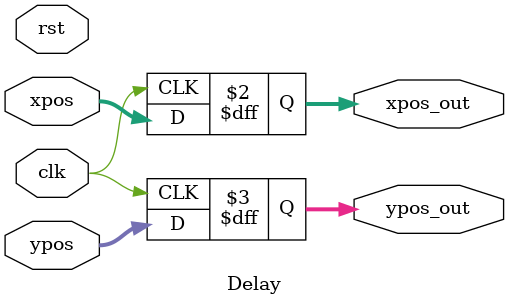
<source format=v>
`timescale 1ns / 1ps

module Delay(
    input wire clk,
    input wire rst,
    input wire [11:0] xpos,
    input wire [11:0] ypos,
    
    output reg [11:0] xpos_out,
    output reg [11:0] ypos_out  
    );  
    
    always@(posedge clk) begin
            xpos_out <= xpos;
            ypos_out <= ypos;
    end
endmodule


</source>
